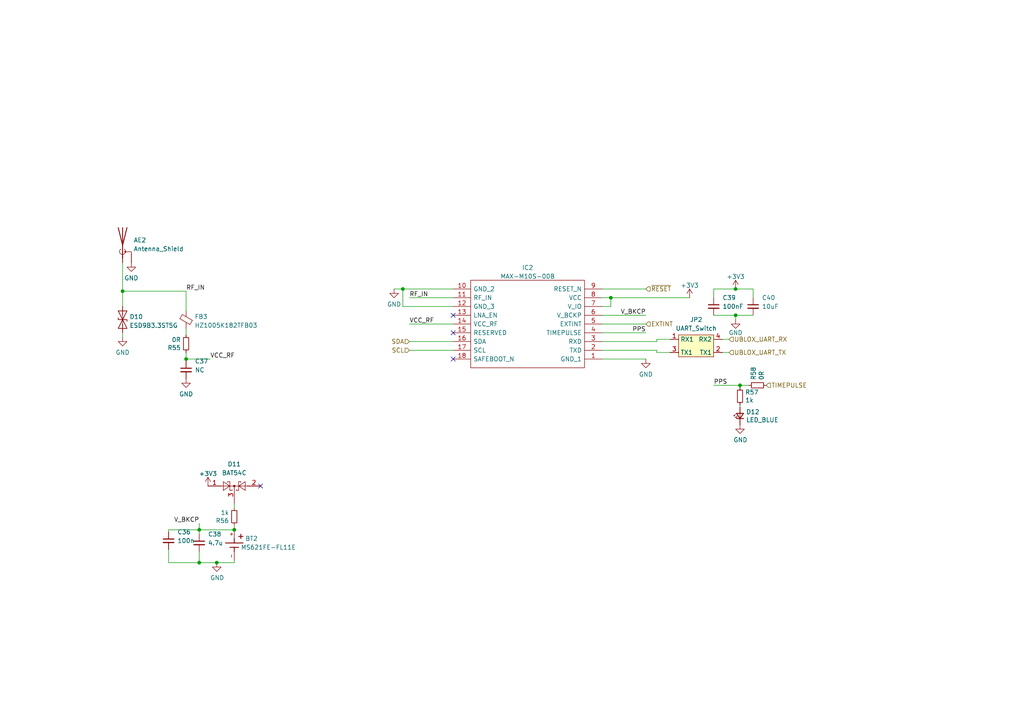
<source format=kicad_sch>
(kicad_sch (version 20230121) (generator eeschema)
  (paper "A4")
  (lib_symbols
    (symbol "Device:Antenna_Shield" (pin_numbers hide) (pin_names (offset 1.016) hide)
      (property "Reference" "AE" (at -1.905 4.445 0))
      (property "Value" "Antenna_Shield" (at -1.905 2.54 0))
      (symbol "Antenna_Shield_0_1"
        (arc (start -0.508 -1.143) (mid -0.8485 -2.1032) (end 0 -2.667))
        (arc (start 0 -2.667) (mid 0.8047 -2.0885) (end 0.508 -1.143))
        (polyline (pts (xy 0 -2.54) (xy 0 0)))
        (polyline (pts (xy 0 5.08) (xy 0 -3.81)) (stroke (width 0.254)))
        (polyline (pts (xy 0.762 -1.905) (xy 2.54 -1.905)))
        (polyline (pts (xy 2.54 -2.54) (xy 2.54 -1.905)))
        (polyline (pts (xy 1.27 5.08) (xy 0 0) (xy -1.27 5.08)) (stroke (width 0.254)))
        (circle (center 0.762 -1.905) (radius 0.1778) (fill (type outline)))
      )
      (symbol "Antenna_Shield_1_1"
        (pin input line (at 0 -5.08 90) (length 2.54) (name "A") (number "1"))
        (pin input line (at 2.54 -5.08 90) (length 2.54) (name "Shield") (number "2"))
      )
    )
    (symbol "Device:C_Small" (pin_numbers hide) (pin_names (offset 0.254) hide)
      (property "Reference" "C" (at 0.254 1.778 0))
      (property "Value" "C_Small" (at 0.254 -2.032 0))
      (symbol "C_Small_0_1"
        (polyline (pts (xy -1.524 -0.508) (xy 1.524 -0.508)) (stroke (width 0.3302)))
        (polyline (pts (xy -1.524 0.508) (xy 1.524 0.508)) (stroke (width 0.3048)))
      )
      (symbol "C_Small_1_1"
        (pin passive line (at 0 2.54 270) (length 2.032) (name "~") (number "1"))
        (pin passive line (at 0 -2.54 90) (length 2.032) (name "~") (number "2"))
      )
    )
    (symbol "Device:FerriteBead_Small" (pin_numbers hide) (pin_names (offset 0))
      (property "Reference" "FB" (at 1.905 1.27 0))
      (property "Value" "FerriteBead_Small" (at 1.905 -1.27 0))
      (symbol "FerriteBead_Small_0_1"
        (polyline (pts (xy 0 -1.27) (xy 0 -0.7874)))
        (polyline (pts (xy 0 0.889) (xy 0 1.2954)))
        (polyline (pts (xy -1.8288 0.2794) (xy -1.1176 1.4986) (xy 1.8288 -0.2032) (xy 1.1176 -1.4224) (xy -1.8288 0.2794)))
      )
      (symbol "FerriteBead_Small_1_1"
        (pin passive line (at 0 2.54 270) (length 1.27) (name "~") (number "1"))
        (pin passive line (at 0 -2.54 90) (length 1.27) (name "~") (number "2"))
      )
    )
    (symbol "Device:LED_Small" (pin_numbers hide) (pin_names (offset 0.254) hide)
      (property "Reference" "D" (at -1.27 3.175 0))
      (property "Value" "LED_Small" (at -4.445 -2.54 0))
      (symbol "LED_Small_0_1"
        (polyline (pts (xy -0.762 -1.016) (xy -0.762 1.016)) (stroke (width 0.254)))
        (polyline (pts (xy 1.016 0) (xy -0.762 0)))
        (polyline (pts (xy 0.762 -1.016) (xy -0.762 0) (xy 0.762 1.016) (xy 0.762 -1.016)) (stroke (width 0.254)))
        (polyline (pts (xy 0 0.762) (xy -0.508 1.27) (xy -0.254 1.27) (xy -0.508 1.27) (xy -0.508 1.016)))
        (polyline (pts (xy 0.508 1.27) (xy 0 1.778) (xy 0.254 1.778) (xy 0 1.778) (xy 0 1.524)))
      )
      (symbol "LED_Small_1_1"
        (pin passive line (at -2.54 0 0) (length 1.778) (name "K") (number "1"))
        (pin passive line (at 2.54 0 180) (length 1.778) (name "A") (number "2"))
      )
    )
    (symbol "Device:R_Small" (pin_numbers hide) (pin_names (offset 0.254) hide)
      (property "Reference" "R" (at 0.762 0.508 0))
      (property "Value" "R_Small" (at 0.762 -1.016 0))
      (symbol "R_Small_0_1"
        (rectangle (start -0.762 1.778) (end 0.762 -1.778) (stroke (width 0.2032)))
      )
      (symbol "R_Small_1_1"
        (pin passive line (at 0 2.54 270) (length 0.762) (name "~") (number "1"))
        (pin passive line (at 0 -2.54 90) (length 0.762) (name "~") (number "2"))
      )
    )
    (symbol "Diode:BAT54C" (pin_names (offset 1.016))
      (property "Reference" "D" (at 0.635 -3.81 0))
      (property "Value" "BAT54C" (at -6.35 3.175 0))
      (symbol "BAT54C_0_1"
        (polyline (pts (xy -1.905 0) (xy 1.905 0)))
        (polyline (pts (xy -1.905 1.27) (xy -1.905 1.016)))
        (polyline (pts (xy -1.27 -1.27) (xy -0.635 -1.27)))
        (polyline (pts (xy -1.27 0) (xy -3.81 0)))
        (polyline (pts (xy -1.27 1.27) (xy -1.905 1.27)))
        (polyline (pts (xy -1.27 1.27) (xy -1.27 -1.27)))
        (polyline (pts (xy -0.635 -1.27) (xy -0.635 -1.016)))
        (polyline (pts (xy 0.635 -1.27) (xy 0.635 -1.016)))
        (polyline (pts (xy 1.27 -1.27) (xy 0.635 -1.27)))
        (polyline (pts (xy 1.27 1.27) (xy 1.27 -1.27)))
        (polyline (pts (xy 1.27 1.27) (xy 1.905 1.27)))
        (polyline (pts (xy 1.905 1.27) (xy 1.905 1.016)))
        (polyline (pts (xy 3.81 0) (xy 1.27 0)))
        (polyline (pts (xy -3.175 -1.27) (xy -3.175 1.27) (xy -1.27 0) (xy -3.175 -1.27)))
        (polyline (pts (xy 3.175 -1.27) (xy 3.175 1.27) (xy 1.27 0) (xy 3.175 -1.27)))
        (circle (center 0 0) (radius 0.254) (fill (type outline)))
      )
      (symbol "BAT54C_1_1"
        (pin passive line (at -7.62 0 0) (length 3.81) (name "~") (number "1"))
        (pin passive line (at 7.62 0 180) (length 3.81) (name "~") (number "2"))
        (pin passive line (at 0 -5.08 90) (length 5.08) (name "~") (number "3"))
      )
    )
    (symbol "Diode:ESD9B3.3ST5G" (pin_numbers hide) (pin_names (offset 1.016) hide)
      (property "Reference" "D" (at 0 2.54 0))
      (property "Value" "ESD9B3.3ST5G" (at 0 -2.54 0))
      (symbol "ESD9B3.3ST5G_0_1"
        (polyline (pts (xy 1.27 0) (xy -1.27 0)))
        (polyline (pts (xy -2.54 -1.27) (xy 0 0) (xy -2.54 1.27) (xy -2.54 -1.27)) (stroke (width 0.2032)))
        (polyline (pts (xy 0.508 1.27) (xy 0 1.27) (xy 0 -1.27) (xy -0.508 -1.27)) (stroke (width 0.2032)))
        (polyline (pts (xy 2.54 1.27) (xy 2.54 -1.27) (xy 0 0) (xy 2.54 1.27)) (stroke (width 0.2032)))
      )
      (symbol "ESD9B3.3ST5G_1_1"
        (pin passive line (at -3.81 0 0) (length 2.54) (name "A1") (number "1"))
        (pin passive line (at 3.81 0 180) (length 2.54) (name "A2") (number "2"))
      )
    )
    (symbol "MAX-M10S-00B:MAX-M10S-00B" (pin_names (offset 0.762))
      (property "Reference" "IC" (at 39.37 7.62 0))
      (property "Value" "MAX-M10S-00B" (at 39.37 5.08 0))
      (symbol "MAX-M10S-00B_0_0"
        (pin passive line (at 43.18 -20.32 180) (length 5.08) (name "GND_1") (number "1"))
        (pin passive line (at 0 0 0) (length 5.08) (name "GND_2") (number "10"))
        (pin passive line (at 0 -2.54 0) (length 5.08) (name "RF_IN") (number "11"))
        (pin passive line (at 0 -5.08 0) (length 5.08) (name "GND_3") (number "12"))
        (pin passive line (at 0 -7.62 0) (length 5.08) (name "LNA_EN") (number "13"))
        (pin passive line (at 0 -10.16 0) (length 5.08) (name "VCC_RF") (number "14"))
        (pin passive line (at 0 -12.7 0) (length 5.08) (name "RESERVED") (number "15"))
        (pin passive line (at 0 -15.24 0) (length 5.08) (name "SDA") (number "16"))
        (pin passive line (at 0 -17.78 0) (length 5.08) (name "SCL") (number "17"))
        (pin passive line (at 0 -20.32 0) (length 5.08) (name "SAFEBOOT_N") (number "18"))
        (pin passive line (at 43.18 -17.78 180) (length 5.08) (name "TXD") (number "2"))
        (pin passive line (at 43.18 -15.24 180) (length 5.08) (name "RXD") (number "3"))
        (pin passive line (at 43.18 -12.7 180) (length 5.08) (name "TIMEPULSE") (number "4"))
        (pin passive line (at 43.18 -10.16 180) (length 5.08) (name "EXTINT") (number "5"))
        (pin passive line (at 43.18 -7.62 180) (length 5.08) (name "V_BCKP") (number "6"))
        (pin passive line (at 43.18 -5.08 180) (length 5.08) (name "V_IO") (number "7"))
        (pin passive line (at 43.18 -2.54 180) (length 5.08) (name "VCC") (number "8"))
        (pin passive line (at 43.18 0 180) (length 5.08) (name "RESET_N") (number "9"))
      )
      (symbol "MAX-M10S-00B_0_1"
        (polyline (pts (xy 5.08 2.54) (xy 38.1 2.54) (xy 38.1 -22.86) (xy 5.08 -22.86) (xy 5.08 2.54)) (stroke (width 0.1524)))
      )
    )
    (symbol "MS621FE-FL11E:MS621FE-FL11E" (pin_names (offset 1.016) hide)
      (property "Reference" "BT" (at -3.81 3.81 0))
      (property "Value" "MS621FE-FL11E" (at -3.81 -5.08 0))
      (symbol "MS621FE-FL11E_0_0"
        (polyline (pts (xy -3.175 1.905) (xy -1.905 1.905)) (stroke (width 0.254)))
        (polyline (pts (xy -2.54 2.54) (xy -2.54 1.27)) (stroke (width 0.254)))
        (polyline (pts (xy -0.635 0) (xy -1.905 0)) (stroke (width 0.254)))
        (polyline (pts (xy -0.635 0) (xy -0.635 -2.54)) (stroke (width 0.254)))
        (polyline (pts (xy -0.635 2.54) (xy -0.635 0)) (stroke (width 0.254)))
        (polyline (pts (xy 0.635 0) (xy 0.635 -1.27)) (stroke (width 0.254)))
        (polyline (pts (xy 0.635 0) (xy 1.905 0)) (stroke (width 0.254)))
        (polyline (pts (xy 0.635 1.27) (xy 0.635 0)) (stroke (width 0.254)))
        (pin passive line (at -4.445 0 0) (length 2.54) (name "r~") (number "+"))
        (pin passive line (at 4.445 0 180) (length 2.54) (name "~") (number "-"))
      )
    )
    (symbol "UART_Switch:UART_Switch"
      (property "Reference" "JP" (at 0 5.08 0))
      (property "Value" "UART_Switch" (at 0 7.62 0))
      (symbol "UART_Switch_0_1"
        (rectangle (start -5.08 3.81) (end 5.08 -2.54) (fill (type background)))
      )
      (symbol "UART_Switch_1_1"
        (pin bidirectional line (at -7.62 2.54 0) (length 2.54) (name "RX1") (number "1"))
        (pin bidirectional line (at 7.62 -1.27 180) (length 2.54) (name "TX1") (number "2"))
        (pin bidirectional line (at -7.62 -1.27 0) (length 2.54) (name "TX1") (number "3"))
        (pin bidirectional line (at 7.62 2.54 180) (length 2.54) (name "RX2") (number "4"))
      )
    )
    (symbol "power:+3.3V" (power) (pin_names (offset 0))
      (property "Value" "+3.3V" (at 0 3.556 0))
      (symbol "+3.3V_0_1"
        (polyline (pts (xy -0.762 1.27) (xy 0 2.54)))
        (polyline (pts (xy 0 0) (xy 0 2.54)))
        (polyline (pts (xy 0 2.54) (xy 0.762 1.27)))
      )
      (symbol "+3.3V_1_1"
        (pin power_in line (at 0 0 90) (length 0) hide (name "+3V3") (number "1"))
      )
    )
    (symbol "power:GND" (power) (pin_names (offset 0))
      (property "Value" "GND" (at 0 -3.81 0))
      (symbol "GND_0_1"
        (polyline (pts (xy 0 0) (xy 0 -1.27) (xy 1.27 -1.27) (xy 0 -2.54) (xy -1.27 -1.27) (xy 0 -1.27)))
      )
      (symbol "GND_1_1"
        (pin power_in line (at 0 0 270) (length 0) hide (name "GND") (number "1"))
      )
    )
  )
  (junction (at 177.165 86.36))
  (junction (at 116.84 83.82))
  (junction (at 213.36 91.44))
  (junction (at 213.36 83.82))
  (junction (at 57.785 153.67))
  (junction (at 62.865 163.195))
  (junction (at 57.785 163.195))
  (junction (at 53.975 104.14))
  (junction (at 67.945 153.67))
  (junction (at 35.56 84.455))
  (junction (at 214.63 111.76))
  (no_connect (at 75.565 140.97))
  (no_connect (at 131.445 91.44))
  (no_connect (at 131.445 96.52))
  (no_connect (at 131.445 104.14))
  (wire (pts (xy 116.84 83.82) (xy 131.445 83.82)))
  (wire (pts (xy 57.785 163.195) (xy 62.865 163.195)))
  (wire (pts (xy 57.785 151.765) (xy 57.785 153.67)))
  (wire (pts (xy 53.975 95.25) (xy 53.975 97.155)))
  (wire (pts (xy 174.625 83.82) (xy 187.325 83.82)))
  (wire (pts (xy 53.975 84.455) (xy 35.56 84.455)))
  (wire (pts (xy 190.5 99.06) (xy 190.5 98.425)))
  (wire (pts (xy 190.5 102.235) (xy 194.31 102.235)))
  (wire (pts (xy 213.36 91.44) (xy 218.44 91.44)))
  (wire (pts (xy 174.625 104.14) (xy 187.325 104.14)))
  (wire (pts (xy 214.63 117.475) (xy 214.63 118.11)))
  (wire (pts (xy 53.975 104.14) (xy 53.975 104.775)))
  (wire (pts (xy 207.01 83.82) (xy 207.01 86.36)))
  (wire (pts (xy 35.56 96.52) (xy 35.56 97.79)))
  (wire (pts (xy 174.625 91.44) (xy 187.325 91.44)))
  (wire (pts (xy 177.165 88.9) (xy 177.165 86.36)))
  (wire (pts (xy 174.625 86.36) (xy 177.165 86.36)))
  (wire (pts (xy 213.36 91.44) (xy 213.36 92.71)))
  (wire (pts (xy 116.84 88.9) (xy 116.84 83.82)))
  (wire (pts (xy 118.745 93.98) (xy 131.445 93.98)))
  (wire (pts (xy 48.895 159.385) (xy 48.895 163.195)))
  (wire (pts (xy 190.5 98.425) (xy 194.31 98.425)))
  (wire (pts (xy 53.975 102.235) (xy 53.975 104.14)))
  (wire (pts (xy 48.895 163.195) (xy 57.785 163.195)))
  (wire (pts (xy 53.975 104.14) (xy 60.96 104.14)))
  (wire (pts (xy 207.01 111.76) (xy 214.63 111.76)))
  (wire (pts (xy 214.63 111.76) (xy 217.17 111.76)))
  (wire (pts (xy 53.975 90.17) (xy 53.975 84.455)))
  (wire (pts (xy 67.945 163.195) (xy 62.865 163.195)))
  (wire (pts (xy 35.56 84.455) (xy 35.56 88.9)))
  (wire (pts (xy 114.3 83.82) (xy 116.84 83.82)))
  (wire (pts (xy 214.63 111.76) (xy 214.63 112.395)))
  (wire (pts (xy 174.625 101.6) (xy 190.5 101.6)))
  (wire (pts (xy 174.625 88.9) (xy 177.165 88.9)))
  (wire (pts (xy 131.445 101.6) (xy 118.745 101.6)))
  (wire (pts (xy 209.55 102.235) (xy 211.455 102.235)))
  (wire (pts (xy 67.945 162.56) (xy 67.945 163.195)))
  (wire (pts (xy 174.625 96.52) (xy 187.325 96.52)))
  (wire (pts (xy 48.895 153.67) (xy 57.785 153.67)))
  (wire (pts (xy 209.55 98.425) (xy 211.455 98.425)))
  (wire (pts (xy 57.785 160.02) (xy 57.785 163.195)))
  (wire (pts (xy 177.165 86.36) (xy 200.025 86.36)))
  (wire (pts (xy 174.625 99.06) (xy 190.5 99.06)))
  (wire (pts (xy 67.945 152.4) (xy 67.945 153.67)))
  (wire (pts (xy 213.36 83.82) (xy 218.44 83.82)))
  (wire (pts (xy 218.44 83.82) (xy 218.44 86.36)))
  (wire (pts (xy 118.745 86.36) (xy 131.445 86.36)))
  (wire (pts (xy 48.895 154.305) (xy 48.895 153.67)))
  (wire (pts (xy 190.5 101.6) (xy 190.5 102.235)))
  (wire (pts (xy 57.785 153.67) (xy 67.945 153.67)))
  (wire (pts (xy 131.445 88.9) (xy 116.84 88.9)))
  (wire (pts (xy 67.945 146.05) (xy 67.945 147.32)))
  (wire (pts (xy 174.625 93.98) (xy 187.325 93.98)))
  (wire (pts (xy 207.01 91.44) (xy 213.36 91.44)))
  (wire (pts (xy 57.785 153.67) (xy 57.785 154.94)))
  (wire (pts (xy 207.01 83.82) (xy 213.36 83.82)))
  (wire (pts (xy 35.56 76.2) (xy 35.56 84.455)))
  (wire (pts (xy 131.445 99.06) (xy 118.745 99.06)))
  (label "RF_IN" (at 118.745 86.36 0))
  (label "V_BKCP" (at 187.325 91.44 180))
  (label "VCC_RF" (at 118.745 93.98 0))
  (label "PPS" (at 207.01 111.76 0))
  (label "RF_IN" (at 53.975 84.455 0))
  (label "V_BKCP" (at 57.785 151.765 180))
  (label "PPS" (at 187.325 96.52 180))
  (label "VCC_RF" (at 60.96 104.14 0))
  (hierarchical_label "SCL" (shape input) (at 118.745 101.6 180))
  (hierarchical_label "~{RESET}" (shape input) (at 187.325 83.82 0))
  (hierarchical_label "UBLOX_UART_RX" (shape input) (at 211.455 98.425 0))
  (hierarchical_label "SDA" (shape input) (at 118.745 99.06 180))
  (hierarchical_label "TIMEPULSE" (shape input) (at 222.25 111.76 0))
  (hierarchical_label "UBLOX_UART_TX" (shape input) (at 211.455 102.235 0))
  (hierarchical_label "EXTINT" (shape input) (at 187.325 93.98 0))
  (symbol (lib_id "power:GND") (at 187.325 104.14 0) (unit 1)
    (property "Reference" "#PWR0208" (effects hide))
    (property "Value" "GND" (at 187.325 108.5834 0))
  )
  (symbol (lib_id "MS621FE-FL11E:MS621FE-FL11E") (at 67.945 158.115 270) (unit 1)
    (property "Reference" "BT2" (at 71.12 156.21 90) (effects (justify left)))
    (property "Value" "MS621FE-FL11E" (at 69.85 158.75 90) (effects (justify left)))
    (property "Footprint" "Footprints:BAT_MS621FE-FL11E" (effects hide))
    (property "Datasheet" "http://www.sii.co.jp/en/me/datasheets/ms-rechargeable/ms621fe/" (effects hide))
    (property "Link" "https://www.ebay.com.au/itm/263174584953" (effects hide))
  )
  (symbol (lib_id "Device:R_Small") (at 219.71 111.76 90) (unit 1)
    (property "Reference" "R58" (at 218.5416 110.2614 0) (effects (justify left)))
    (property "Value" "0R" (at 220.853 110.2614 0) (effects (justify left)))
    (property "Footprint" "Resistor_SMD:R_0603_1608Metric" (effects hide))
  )
  (symbol (lib_id "power:GND") (at 214.63 123.19 0) (unit 1)
    (property "Reference" "#PWR0211" (effects hide))
    (property "Value" "GND" (at 214.757 127.5842 0))
  )
  (symbol (lib_id "power:GND") (at 114.3 83.82 0) (unit 1)
    (property "Reference" "#PWR0205" (effects hide))
    (property "Value" "GND" (at 114.3 88.2634 0))
  )
  (symbol (lib_id "power:GND") (at 213.36 92.71 0) (unit 1)
    (property "Reference" "#PWR0207" (effects hide))
    (property "Value" "GND" (at 213.36 96.52 0))
  )
  (symbol (lib_id "MAX-M10S-00B:MAX-M10S-00B") (at 131.445 83.82 0) (unit 1)
    (property "Reference" "IC2" (at 153.035 77.631 0))
    (property "Value" "MAX-M10S-00B" (at 153.035 80.1679 0))
    (property "Footprint" "Footprints:MAXM10S00B" (effects hide))
    (property "Datasheet" "https://content.u-blox.com/sites/default/files/MAX-M10S_IntegrationManual_UBX-20053088.pdf" (effects hide))
    (property "Link" "https://www.digikey.com.au/en/products/detail/u-blox/MAX-M10S-00B/15712906" (effects hide))
  )
  (symbol (lib_id "Device:C_Small") (at 218.44 88.9 0) (unit 1)
    (property "Reference" "C40" (at 220.98 86.36 0) (effects (justify left)))
    (property "Value" "10uF" (at 220.98 88.9 0) (effects (justify left)))
    (property "Footprint" "Capacitor_SMD:C_0603_1608Metric" (effects hide))
  )
  (symbol (lib_id "Device:C_Small") (at 207.01 88.9 0) (unit 1)
    (property "Reference" "C39" (at 209.55 86.36 0) (effects (justify left)))
    (property "Value" "100nF" (at 209.55 88.9 0) (effects (justify left)))
    (property "Footprint" "Capacitor_SMD:C_0603_1608Metric" (effects hide))
  )
  (symbol (lib_id "Device:FerriteBead_Small") (at 53.975 92.71 0) (unit 1)
    (property "Reference" "FB3" (at 56.4388 91.8372 0) (effects (justify left)))
    (property "Value" "HZ1005K182TFB03" (at 56.4388 94.3741 0) (effects (justify left)))
    (property "Footprint" "Resistor_SMD:R_0402_1005Metric" (effects hide))
    (property "LCSC#" "C279553" (effects hide))
  )
  (symbol (lib_id "power:GND") (at 62.865 163.195 0) (unit 1)
    (property "Reference" "#PWR0213" (effects hide))
    (property "Value" "GND" (at 62.992 167.5892 0))
  )
  (symbol (lib_id "power:+3.3V") (at 200.025 86.36 0) (unit 1)
    (property "Reference" "#PWR0210" (effects hide))
    (property "Value" "+3.3V" (at 200.025 82.7842 0))
  )
  (symbol (lib_id "Device:C_Small") (at 57.785 157.48 0) (unit 1)
    (property "Reference" "C38" (at 60.325 154.94 0) (effects (justify left)))
    (property "Value" "4.7u" (at 60.325 157.48 0) (effects (justify left)))
    (property "Footprint" "Capacitor_SMD:C_0603_1608Metric" (effects hide))
  )
  (symbol (lib_id "power:+3.3V") (at 213.36 83.82 0) (unit 1)
    (property "Reference" "#PWR0209" (effects hide))
    (property "Value" "+3.3V" (at 213.36 80.2442 0))
  )
  (symbol (lib_id "power:GND") (at 35.56 97.79 0) (unit 1)
    (property "Reference" "#PWR0206" (effects hide))
    (property "Value" "GND" (at 35.56 102.2334 0))
  )
  (symbol (lib_id "power:+3.3V") (at 60.325 140.97 0) (unit 1)
    (property "Reference" "#PWR0214" (effects hide))
    (property "Value" "+3.3V" (at 60.325 137.3942 0))
  )
  (symbol (lib_id "Diode:ESD9B3.3ST5G") (at 35.56 92.71 90) (unit 1)
    (property "Reference" "D10" (at 37.5666 91.8753 90) (effects (justify right)))
    (property "Value" "ESD9B3.3ST5G" (at 37.5666 94.4122 90) (effects (justify right)))
    (property "Footprint" "Diode_SMD:D_0402_1005Metric" (effects hide))
    (property "Datasheet" "https://datasheet.lcsc.com/lcsc/2108131930_TECH-PUBLIC-TPESD0402G36V_C558621.pdf" (effects hide))
    (property "LCSC#" "C558621" (effects hide))
  )
  (symbol (lib_id "UART_Switch:UART_Switch") (at 201.93 100.965 0) (unit 1)
    (property "Reference" "JP2" (at 201.93 92.71 0))
    (property "Value" "UART_Switch" (at 201.93 95.25 0))
    (property "Footprint" "Footprints:UART_Switch" (effects hide))
  )
  (symbol (lib_id "Device:R_Small") (at 53.975 99.695 180) (unit 1)
    (property "Reference" "R55" (at 52.4764 100.8634 0) (effects (justify left)))
    (property "Value" "0R" (at 52.4764 98.552 0) (effects (justify left)))
    (property "Footprint" "Resistor_SMD:R_0402_1005Metric" (effects hide))
  )
  (symbol (lib_id "Device:C_Small") (at 48.895 156.845 0) (unit 1)
    (property "Reference" "C36" (at 51.435 154.305 0) (effects (justify left)))
    (property "Value" "100n" (at 51.435 156.845 0) (effects (justify left)))
    (property "Footprint" "Capacitor_SMD:C_0603_1608Metric" (effects hide))
  )
  (symbol (lib_id "Device:Antenna_Shield") (at 35.56 71.12 0) (unit 1)
    (property "Reference" "AE2" (at 38.735 69.6503 0) (effects (justify left)))
    (property "Value" "Antenna_Shield" (at 38.735 72.1872 0) (effects (justify left)))
    (property "Footprint" "Connector_Coaxial:U.FL_Hirose_U.FL-R-SMT-1_Vertical" (effects hide))
    (property "LCSC#" "C88373" (effects hide))
  )
  (symbol (lib_id "Device:LED_Small") (at 214.63 120.65 90) (unit 1)
    (property "Reference" "D12" (at 216.408 119.4816 90) (effects (justify right)))
    (property "Value" "LED_BLUE" (at 216.408 121.793 90) (effects (justify right)))
    (property "Footprint" "LED_SMD:LED_0603_1608Metric" (effects hide))
  )
  (symbol (lib_id "Device:R_Small") (at 67.945 149.86 180) (unit 1)
    (property "Reference" "R56" (at 66.4464 151.0284 0) (effects (justify left)))
    (property "Value" "1k" (at 66.4464 148.717 0) (effects (justify left)))
    (property "Footprint" "Resistor_SMD:R_0603_1608Metric" (effects hide))
  )
  (symbol (lib_id "power:GND") (at 53.975 109.855 0) (unit 1)
    (property "Reference" "#PWR0212" (effects hide))
    (property "Value" "GND" (at 53.975 114.2984 0))
  )
  (symbol (lib_id "Device:C_Small") (at 53.975 107.315 0) (unit 1)
    (property "Reference" "C37" (at 56.515 104.775 0) (effects (justify left)))
    (property "Value" "NC" (at 56.515 107.315 0) (effects (justify left)))
    (property "Footprint" "Capacitor_SMD:C_0402_1005Metric" (effects hide))
  )
  (symbol (lib_id "Device:R_Small") (at 214.63 114.935 0) (unit 1)
    (property "Reference" "R57" (at 216.1286 113.7666 0) (effects (justify left)))
    (property "Value" "1k" (at 216.1286 116.078 0) (effects (justify left)))
    (property "Footprint" "Resistor_SMD:R_0603_1608Metric" (effects hide))
  )
  (symbol (lib_id "power:GND") (at 38.1 76.2 0) (unit 1)
    (property "Reference" "#PWR0204" (effects hide))
    (property "Value" "GND" (at 38.1 80.6434 0))
  )
  (symbol (lib_id "Diode:BAT54C") (at 67.945 140.97 0) (unit 1)
    (property "Reference" "D11" (at 67.945 134.62 0))
    (property "Value" "BAT54C" (at 67.945 137.16 0))
    (property "Footprint" "Package_TO_SOT_SMD:SOT-23" (effects hide))
    (property "Datasheet" "http://www.diodes.com/_files/datasheets/ds11005.pdf" (effects hide))
    (property "LCSC#" "C37704" (effects hide))
  )
)
</source>
